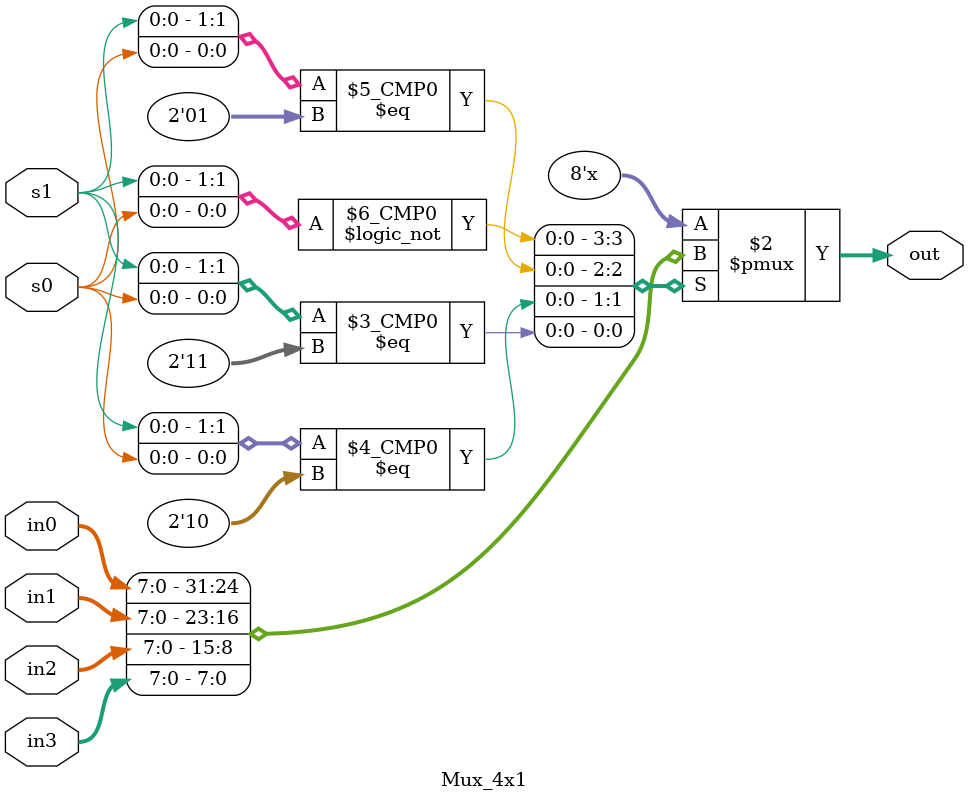
<source format=v>

module Mux_4x1 #(parameter W=8) (s0,s1,in0,in1,in2,in3,out);
	

	input s0,s1;
	input [W-1:0] in0,in1,in2,in3;
	output reg [W-1:0] out;

	always @ (*) 
	begin
		case({s1,s0})					
			2'b00: out = in0;
			2'b01: out = in1;
			2'b10: out = in2;
			2'b11: out = in3;
		
		endcase
	end

endmodule

</source>
